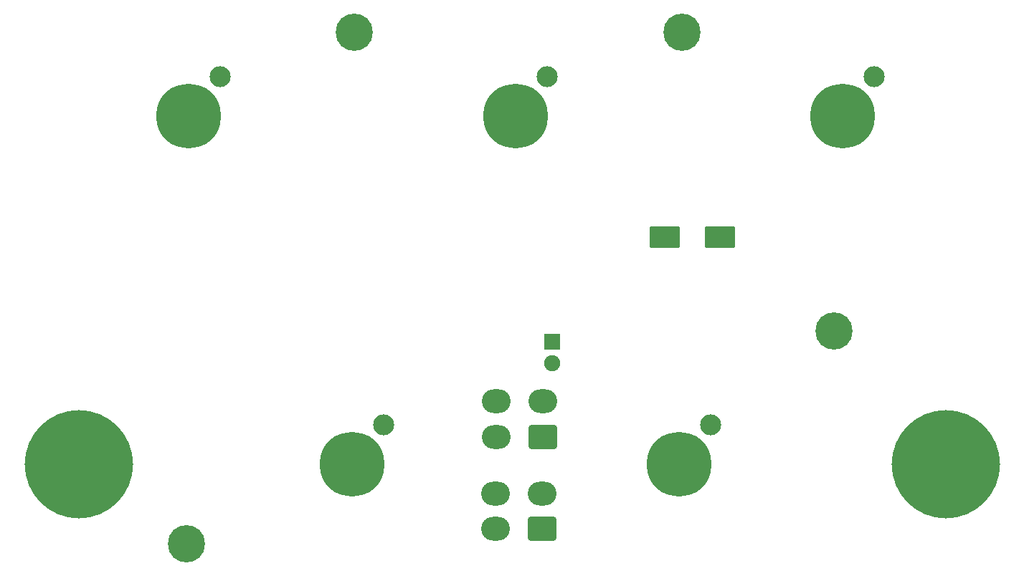
<source format=gbr>
%TF.GenerationSoftware,KiCad,Pcbnew,(6.0.9)*%
%TF.CreationDate,2022-12-27T05:54:40-09:00*%
%TF.ProjectId,PCB_ INTR LT PANEL,5043422c-2049-44e5-9452-204c54205041,rev?*%
%TF.SameCoordinates,Original*%
%TF.FileFunction,Soldermask,Bot*%
%TF.FilePolarity,Negative*%
%FSLAX46Y46*%
G04 Gerber Fmt 4.6, Leading zero omitted, Abs format (unit mm)*
G04 Created by KiCad (PCBNEW (6.0.9)) date 2022-12-27 05:54:40*
%MOMM*%
%LPD*%
G01*
G04 APERTURE LIST*
G04 Aperture macros list*
%AMRoundRect*
0 Rectangle with rounded corners*
0 $1 Rounding radius*
0 $2 $3 $4 $5 $6 $7 $8 $9 X,Y pos of 4 corners*
0 Add a 4 corners polygon primitive as box body*
4,1,4,$2,$3,$4,$5,$6,$7,$8,$9,$2,$3,0*
0 Add four circle primitives for the rounded corners*
1,1,$1+$1,$2,$3*
1,1,$1+$1,$4,$5*
1,1,$1+$1,$6,$7*
1,1,$1+$1,$8,$9*
0 Add four rect primitives between the rounded corners*
20,1,$1+$1,$2,$3,$4,$5,0*
20,1,$1+$1,$4,$5,$6,$7,0*
20,1,$1+$1,$6,$7,$8,$9,0*
20,1,$1+$1,$8,$9,$2,$3,0*%
G04 Aperture macros list end*
%ADD10RoundRect,0.300001X1.399999X-1.099999X1.399999X1.099999X-1.399999X1.099999X-1.399999X-1.099999X0*%
%ADD11O,3.400000X2.800000*%
%ADD12RoundRect,0.050000X-0.900000X0.900000X-0.900000X-0.900000X0.900000X-0.900000X0.900000X0.900000X0*%
%ADD13C,1.900000*%
%ADD14RoundRect,0.300000X1.500000X1.000000X-1.500000X1.000000X-1.500000X-1.000000X1.500000X-1.000000X0*%
%ADD15C,12.800000*%
%ADD16C,7.640752*%
%ADD17C,2.481250*%
%ADD18C,4.400000*%
G04 APERTURE END LIST*
D10*
%TO.C,J2*%
X115250000Y-115600000D03*
D11*
X115250000Y-111400000D03*
X109750000Y-115600000D03*
X109750000Y-111400000D03*
%TD*%
D10*
%TO.C,J1*%
X115300000Y-104750000D03*
D11*
X115300000Y-100550000D03*
X109800000Y-104750000D03*
X109800000Y-100550000D03*
%TD*%
D12*
%TO.C,D1*%
X116434000Y-93497400D03*
D13*
X116434000Y-96037400D03*
%TD*%
D14*
%TO.C,C1*%
X136246000Y-81102200D03*
X129746000Y-81102200D03*
%TD*%
D15*
%TO.C,8*%
X60502800Y-107950000D03*
%TD*%
D16*
%TO.C,9*%
X92760800Y-107950000D03*
D17*
X96536722Y-103287124D03*
D16*
X92760800Y-107950000D03*
%TD*%
D15*
%TO.C,11*%
X162864800Y-107950000D03*
X162864800Y-107950000D03*
%TD*%
D18*
%TO.C,4*%
X73202800Y-117348000D03*
%TD*%
%TO.C,3*%
X149656800Y-92202000D03*
%TD*%
%TO.C,1*%
X93014800Y-56896000D03*
%TD*%
%TO.C,2*%
X131749800Y-56896000D03*
%TD*%
D17*
%TO.C,5*%
X77232722Y-62139124D03*
D16*
X73456800Y-66802000D03*
X73456800Y-66802000D03*
%TD*%
%TO.C,6*%
X112064800Y-66802000D03*
X112064800Y-66802000D03*
D17*
X115840722Y-62139124D03*
%TD*%
D16*
%TO.C,7*%
X150672800Y-66802000D03*
X150672800Y-66802000D03*
D17*
X154448722Y-62139124D03*
%TD*%
D16*
%TO.C,10*%
X131368800Y-107950000D03*
D17*
X135144722Y-103287124D03*
D16*
X131368800Y-107950000D03*
%TD*%
M02*

</source>
